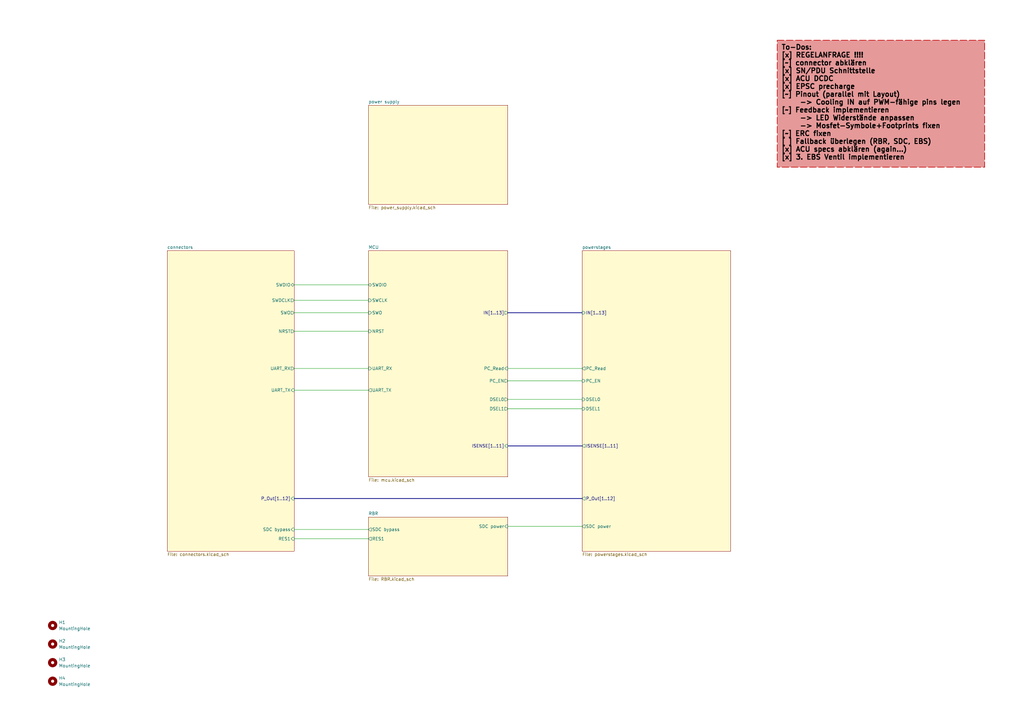
<source format=kicad_sch>
(kicad_sch (version 20231120) (generator "eeschema") (generator_version "8.0")
  (paper "A3")
  (title_block (title "PDU FT25") (date "2024-11-23") (rev "V1.1") (company "Janek Herm") (comment 1 "FaSTTUBe Electronics"))
  (lib_symbols
    (symbol "Mechanical:MountingHole" (pin_names (offset 1.016))
      (property "Reference" "H" (at 0 5.08 0))
      (property "Value" "MountingHole" (at 0 3.175 0))
      (symbol "MountingHole_0_1"
        (circle (center 0 0) (radius 1.27) (stroke (width 1.27)))
      )
    )
  )
  (wire (pts (xy 208.28 215.9) (xy 238.76 215.9)))
  (wire (pts (xy 120.65 160.02) (xy 151.13 160.02)))
  (wire (pts (xy 120.65 220.98) (xy 151.13 220.98)))
  (bus (pts (xy 208.28 128.27) (xy 238.76 128.27)))
  (wire (pts (xy 208.28 156.21) (xy 238.76 156.21)))
  (wire (pts (xy 208.28 167.64) (xy 238.76 167.64)))
  (wire (pts (xy 120.65 135.89) (xy 151.13 135.89)))
  (wire (pts (xy 120.65 116.84) (xy 151.13 116.84)))
  (wire (pts (xy 208.28 163.83) (xy 238.76 163.83)))
  (wire (pts (xy 120.65 123.19) (xy 151.13 123.19)))
  (bus (pts (xy 208.28 182.88) (xy 238.76 182.88)))
  (wire (pts (xy 120.65 151.13) (xy 151.13 151.13)))
  (wire (pts (xy 120.65 128.27) (xy 151.13 128.27)))
  (wire (pts (xy 208.28 151.13) (xy 238.76 151.13)))
  (wire (pts (xy 151.13 217.17) (xy 120.65 217.17)))
  (bus (pts (xy 120.65 204.47) (xy 238.76 204.47)))
  (text_box "To-Dos:\n[x] REGELANFRAGE !!!!\n[~] connector abklären\n[x] SN/PDU Schnittstelle\n[x] ACU DCDC\n[x] EPSC precharge\n[~] Pinout (parallel mit Layout)\n	-> Cooling IN auf PWM-fähige pins legen\n[~] Feedback implementieren\n	-> LED Widerstände anpassen\n	-> Mosfet-Symbole+Footprints fixen\n[~] ERC fixen\n[ ] Fallback überlegen (RBR, SDC, EBS)\n[x] ACU specs abklären (again...)\n[x] 3. EBS Ventil implementieren" (at 318.77 16.51 0) (size 85.09 52.07) (stroke (width 0.25) (type dash) (color 194 0 0 1)) (fill (type color) (color 194 0 0 0.4)) (effects (font (size 2 2) (thickness 0.4) (bold yes)) (justify left top)))
  (symbol (lib_id "Mechanical:MountingHole") (at 21.59 271.78 0) (unit 1)
    (property "Reference" "H3" (at 24.13 270.5099 0) (effects (justify left)))
    (property "Value" "MountingHole" (at 24.13 273.0499 0) (effects (justify left)))
    (property "Footprint" "MountingHole:MountingHole_4.3mm_M4" (effects (hide yes)))
  )
  (symbol (lib_id "Mechanical:MountingHole") (at 21.59 279.4 0) (unit 1)
    (property "Reference" "H4" (at 24.13 278.1299 0) (effects (justify left)))
    (property "Value" "MountingHole" (at 24.13 280.6699 0) (effects (justify left)))
    (property "Footprint" "MountingHole:MountingHole_4.3mm_M4" (effects (hide yes)))
  )
  (symbol (lib_id "Mechanical:MountingHole") (at 21.59 264.16 0) (unit 1)
    (property "Reference" "H2" (at 24.13 262.8899 0) (effects (justify left)))
    (property "Value" "MountingHole" (at 24.13 265.4299 0) (effects (justify left)))
    (property "Footprint" "MountingHole:MountingHole_4.3mm_M4" (effects (hide yes)))
  )
  (symbol (lib_id "Mechanical:MountingHole") (at 21.59 256.54 0) (unit 1)
    (property "Reference" "H1" (at 24.13 255.2699 0) (effects (justify left)))
    (property "Value" "MountingHole" (at 24.13 257.8099 0) (effects (justify left)))
    (property "Footprint" "MountingHole:MountingHole_4.3mm_M4" (effects (hide yes)))
  )
  (sheet (at 151.13 102.87) (size 57.15 92.71) (stroke (width 0.1524)) (fill (color 255 250 208 1.0000))
    (property "Sheetname" "MCU" (at 151.13 102.1584 0) (effects (justify left bottom)))
    (property "Sheetfile" "mcu.kicad_sch" (at 151.13 196.1646 0) (effects (justify left top)))
    (pin "NRST" input (at 151.13 135.89 180))
    (pin "UART_TX" output (at 151.13 160.02 180))
    (pin "UART_RX" input (at 151.13 151.13 180))
    (pin "SWCLK" input (at 151.13 123.19 180))
    (pin "SWDIO" bidirectional (at 151.13 116.84 180))
    (pin "PC_EN" output (at 208.28 156.21 0))
    (pin "PC_Read" input (at 208.28 151.13 0))
    (pin "IN[1..13]" output (at 208.28 128.27 0))
    (pin "SWO" input (at 151.13 128.27 180))
    (pin "ISENSE[1..11]" input (at 208.28 182.88 0))
    (pin "DSEL0" output (at 208.28 163.83 0))
    (pin "DSEL1" output (at 208.28 167.64 0))
  )
  (sheet (at 151.13 43.18) (size 57.15 40.64) (stroke (width 0.1524)) (fill (color 255 250 208 1.0000))
    (property "Sheetname" "power supply" (at 151.13 42.4684 0) (effects (justify left bottom)))
    (property "Sheetfile" "power_supply.kicad_sch" (at 151.13 84.4046 0) (effects (justify left top)))
  )
  (sheet (at 238.76 102.87) (size 60.96 123.19) (stroke (width 0.1524)) (fill (color 255 250 208 1.0000))
    (property "Sheetname" "powerstages" (at 238.76 102.1584 0) (effects (justify left bottom)))
    (property "Sheetfile" "powerstages.kicad_sch" (at 238.76 226.6446 0) (effects (justify left top)))
    (pin "ISENSE[1..11]" output (at 238.76 182.88 180))
    (pin "P_Out[1..12]" output (at 238.76 204.47 180))
    (pin "PC_EN" input (at 238.76 156.21 180))
    (pin "SDC power" output (at 238.76 215.9 180))
    (pin "PC_Read" output (at 238.76 151.13 180))
    (pin "IN[1..13]" input (at 238.76 128.27 180))
    (pin "DSEL0" input (at 238.76 163.83 180))
    (pin "DSEL1" input (at 238.76 167.64 180))
  )
  (sheet (at 151.13 212.09) (size 57.15 24.13) (stroke (width 0.1524)) (fill (color 255 250 208 1.0000))
    (property "Sheetname" "RBR" (at 151.13 211.3784 0) (effects (justify left bottom)))
    (property "Sheetfile" "RBR.kicad_sch" (at 151.13 236.8046 0) (effects (justify left top)))
    (pin "SDC power" input (at 208.28 215.9 0))
    (pin "SDC bypass" output (at 151.13 217.17 180))
    (pin "RES1" output (at 151.13 220.98 180))
  )
  (sheet (at 68.58 102.87) (size 52.07 123.19) (stroke (width 0.1524)) (fill (color 255 250 208 1.0000))
    (property "Sheetname" "connectors" (at 68.58 102.1584 0) (effects (justify left bottom)))
    (property "Sheetfile" "connectors.kicad_sch" (at 68.58 226.6446 0) (effects (justify left top)))
    (pin "UART_TX" input (at 120.65 160.02 0))
    (pin "UART_RX" output (at 120.65 151.13 0))
    (pin "NRST" output (at 120.65 135.89 0))
    (pin "SWDCLK" output (at 120.65 123.19 0))
    (pin "SWDIO" bidirectional (at 120.65 116.84 0))
    (pin "P_Out[1..12]" input (at 120.65 204.47 0))
    (pin "RES1" input (at 120.65 220.98 0))
    (pin "SDC bypass" input (at 120.65 217.17 0))
    (pin "SWO" output (at 120.65 128.27 0))
  )
)
</source>
